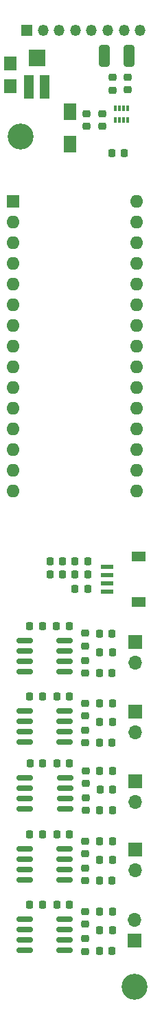
<source format=gts>
G04 #@! TF.GenerationSoftware,KiCad,Pcbnew,(6.0.6)*
G04 #@! TF.CreationDate,2022-09-05T13:44:10+02:00*
G04 #@! TF.ProjectId,PAINTREv4,5041494e-5452-4457-9634-2e6b69636164,rev?*
G04 #@! TF.SameCoordinates,Original*
G04 #@! TF.FileFunction,Soldermask,Top*
G04 #@! TF.FilePolarity,Negative*
%FSLAX46Y46*%
G04 Gerber Fmt 4.6, Leading zero omitted, Abs format (unit mm)*
G04 Created by KiCad (PCBNEW (6.0.6)) date 2022-09-05 13:44:10*
%MOMM*%
%LPD*%
G01*
G04 APERTURE LIST*
G04 Aperture macros list*
%AMRoundRect*
0 Rectangle with rounded corners*
0 $1 Rounding radius*
0 $2 $3 $4 $5 $6 $7 $8 $9 X,Y pos of 4 corners*
0 Add a 4 corners polygon primitive as box body*
4,1,4,$2,$3,$4,$5,$6,$7,$8,$9,$2,$3,0*
0 Add four circle primitives for the rounded corners*
1,1,$1+$1,$2,$3*
1,1,$1+$1,$4,$5*
1,1,$1+$1,$6,$7*
1,1,$1+$1,$8,$9*
0 Add four rect primitives between the rounded corners*
20,1,$1+$1,$2,$3,$4,$5,0*
20,1,$1+$1,$4,$5,$6,$7,0*
20,1,$1+$1,$6,$7,$8,$9,0*
20,1,$1+$1,$8,$9,$2,$3,0*%
G04 Aperture macros list end*
%ADD10R,1.600000X1.800000*%
%ADD11R,1.600000X2.000000*%
%ADD12RoundRect,0.218750X-0.218750X-0.256250X0.218750X-0.256250X0.218750X0.256250X-0.218750X0.256250X0*%
%ADD13C,3.200000*%
%ADD14R,1.350000X1.350000*%
%ADD15O,1.350000X1.350000*%
%ADD16R,1.800000X1.200000*%
%ADD17R,1.550000X0.600000*%
%ADD18RoundRect,0.218750X0.218750X0.256250X-0.218750X0.256250X-0.218750X-0.256250X0.218750X-0.256250X0*%
%ADD19RoundRect,0.225000X0.225000X0.250000X-0.225000X0.250000X-0.225000X-0.250000X0.225000X-0.250000X0*%
%ADD20RoundRect,0.225000X-0.250000X0.225000X-0.250000X-0.225000X0.250000X-0.225000X0.250000X0.225000X0*%
%ADD21RoundRect,0.250000X0.400000X1.075000X-0.400000X1.075000X-0.400000X-1.075000X0.400000X-1.075000X0*%
%ADD22RoundRect,0.225000X-0.225000X-0.250000X0.225000X-0.250000X0.225000X0.250000X-0.225000X0.250000X0*%
%ADD23RoundRect,0.150000X0.825000X0.150000X-0.825000X0.150000X-0.825000X-0.150000X0.825000X-0.150000X0*%
%ADD24R,1.700000X1.700000*%
%ADD25O,1.700000X1.700000*%
%ADD26RoundRect,0.218750X-0.256250X0.218750X-0.256250X-0.218750X0.256250X-0.218750X0.256250X0.218750X0*%
%ADD27R,1.600000X1.600000*%
%ADD28O,1.600000X1.600000*%
%ADD29R,0.330000X0.710000*%
%ADD30R,0.310000X0.660000*%
%ADD31RoundRect,0.225000X0.250000X-0.225000X0.250000X0.225000X-0.250000X0.225000X-0.250000X-0.225000X0*%
%ADD32R,1.200000X3.000000*%
%ADD33R,2.000000X2.000000*%
G04 APERTURE END LIST*
D10*
X126615000Y-40880000D03*
X126615000Y-38080000D03*
D11*
X134000000Y-44000000D03*
X134000000Y-48000000D03*
D12*
X134612500Y-102600000D03*
X136187500Y-102600000D03*
X134612500Y-100800000D03*
X136187500Y-100800000D03*
X131525000Y-99200000D03*
X133100000Y-99200000D03*
X131512500Y-100800000D03*
X133087500Y-100800000D03*
X134625000Y-99200000D03*
X136200000Y-99200000D03*
D13*
X142000000Y-151400000D03*
D14*
X128665000Y-33950000D03*
D15*
X130665000Y-33950000D03*
X132665000Y-33950000D03*
X134665000Y-33950000D03*
X136665000Y-33950000D03*
X138665000Y-33950000D03*
X140665000Y-33950000D03*
X142665000Y-33950000D03*
D16*
X142475000Y-98600000D03*
X142475000Y-104200000D03*
D17*
X138600000Y-102900000D03*
X138600000Y-101900000D03*
X138600000Y-100900000D03*
X138600000Y-99900000D03*
D18*
X140715000Y-49050000D03*
X139140000Y-49050000D03*
D19*
X139257000Y-127206000D03*
X137707000Y-127206000D03*
D12*
X129074000Y-124031000D03*
X130649000Y-124031000D03*
D20*
X135904000Y-145536000D03*
X135904000Y-147086000D03*
D21*
X141300000Y-37100000D03*
X138200000Y-37100000D03*
D20*
X135904000Y-142208000D03*
X135904000Y-143758000D03*
D22*
X132376000Y-115750000D03*
X133926000Y-115750000D03*
D23*
X133378000Y-129619000D03*
X133378000Y-128349000D03*
X133378000Y-127079000D03*
X133378000Y-125809000D03*
X128428000Y-125809000D03*
X128428000Y-127079000D03*
X128428000Y-128349000D03*
X128428000Y-129619000D03*
D20*
X135904000Y-136873000D03*
X135904000Y-138423000D03*
D22*
X132376000Y-141345000D03*
X133926000Y-141345000D03*
D18*
X139231500Y-142234000D03*
X137656500Y-142234000D03*
D12*
X129024000Y-107150000D03*
X130599000Y-107150000D03*
D20*
X135879000Y-108013000D03*
X135879000Y-109563000D03*
D19*
X139232000Y-118920000D03*
X137682000Y-118920000D03*
D22*
X137669000Y-110345000D03*
X139219000Y-110345000D03*
D24*
X142025000Y-126210000D03*
D25*
X142025000Y-128750000D03*
D26*
X141110000Y-39712500D03*
X141110000Y-41287500D03*
D12*
X129049000Y-132682000D03*
X130624000Y-132682000D03*
D24*
X142025000Y-117670000D03*
D25*
X142025000Y-120210000D03*
D13*
X127900000Y-47000000D03*
D22*
X132401000Y-124031000D03*
X133951000Y-124031000D03*
D18*
X139206500Y-108039000D03*
X137631500Y-108039000D03*
D20*
X135929000Y-128222000D03*
X135929000Y-129772000D03*
D27*
X127000000Y-55000000D03*
D28*
X127000000Y-57540000D03*
X127000000Y-60080000D03*
X127000000Y-62620000D03*
X127000000Y-65160000D03*
X127000000Y-67700000D03*
X127000000Y-70240000D03*
X127000000Y-72780000D03*
X127000000Y-75320000D03*
X127000000Y-77860000D03*
X127000000Y-80400000D03*
X127000000Y-82940000D03*
X127000000Y-85480000D03*
X127000000Y-88020000D03*
X127000000Y-90560000D03*
X142240000Y-90560000D03*
X142240000Y-88020000D03*
X142240000Y-85480000D03*
X142240000Y-82940000D03*
X142240000Y-80400000D03*
X142240000Y-77860000D03*
X142240000Y-75320000D03*
X142240000Y-72780000D03*
X142240000Y-70240000D03*
X142240000Y-67700000D03*
X142240000Y-65160000D03*
X142240000Y-62620000D03*
X142240000Y-60080000D03*
X142240000Y-57540000D03*
X142240000Y-55000000D03*
D20*
X135904000Y-133545000D03*
X135904000Y-135095000D03*
D24*
X142025000Y-134607000D03*
D25*
X142025000Y-137147000D03*
D23*
X133353000Y-138270000D03*
X133353000Y-137000000D03*
X133353000Y-135730000D03*
X133353000Y-134460000D03*
X128403000Y-134460000D03*
X128403000Y-135730000D03*
X128403000Y-137000000D03*
X128403000Y-138270000D03*
D18*
X139256500Y-124920000D03*
X137681500Y-124920000D03*
X139231500Y-133571000D03*
X137656500Y-133571000D03*
D19*
X139232000Y-144520000D03*
X137682000Y-144520000D03*
D20*
X135904000Y-116608000D03*
X135904000Y-118158000D03*
D23*
X133353000Y-121333000D03*
X133353000Y-120063000D03*
X133353000Y-118793000D03*
X133353000Y-117523000D03*
X128403000Y-117523000D03*
X128403000Y-118793000D03*
X128403000Y-120063000D03*
X128403000Y-121333000D03*
D24*
X142000000Y-145790000D03*
D25*
X142000000Y-143250000D03*
D24*
X142025000Y-109095000D03*
D25*
X142025000Y-111635000D03*
D20*
X135879000Y-111341000D03*
X135879000Y-112891000D03*
D18*
X139181000Y-112865000D03*
X137606000Y-112865000D03*
D26*
X139240000Y-39742500D03*
X139240000Y-41317500D03*
D29*
X139590000Y-45035000D03*
D30*
X140090000Y-45035000D03*
X140590000Y-45035000D03*
X141090000Y-45035000D03*
X141090000Y-43565000D03*
X140590000Y-43565000D03*
X140090000Y-43565000D03*
X139590000Y-43565000D03*
D12*
X129049000Y-141345000D03*
X130624000Y-141345000D03*
D18*
X139206000Y-121460000D03*
X137631000Y-121460000D03*
X139206000Y-138397000D03*
X137631000Y-138397000D03*
X139206000Y-147060000D03*
X137631000Y-147060000D03*
X139231000Y-129746000D03*
X137656000Y-129746000D03*
D19*
X139232000Y-135857000D03*
X137682000Y-135857000D03*
D23*
X133328000Y-112738000D03*
X133328000Y-111468000D03*
X133328000Y-110198000D03*
X133328000Y-108928000D03*
X128378000Y-108928000D03*
X128378000Y-110198000D03*
X128378000Y-111468000D03*
X128378000Y-112738000D03*
D26*
X136000000Y-44212500D03*
X136000000Y-45787500D03*
D22*
X132376000Y-132682000D03*
X133926000Y-132682000D03*
X132351000Y-107150000D03*
X133901000Y-107150000D03*
D12*
X129049000Y-115750000D03*
X130624000Y-115750000D03*
D20*
X135904000Y-119936000D03*
X135904000Y-121486000D03*
D31*
X138000000Y-45775000D03*
X138000000Y-44225000D03*
D23*
X133353000Y-146933000D03*
X133353000Y-145663000D03*
X133353000Y-144393000D03*
X133353000Y-143123000D03*
X128403000Y-143123000D03*
X128403000Y-144393000D03*
X128403000Y-145663000D03*
X128403000Y-146933000D03*
D18*
X139231500Y-116634000D03*
X137656500Y-116634000D03*
D20*
X135929000Y-124894000D03*
X135929000Y-126444000D03*
D32*
X128915000Y-40900000D03*
X130915000Y-40900000D03*
D33*
X129915000Y-37350000D03*
M02*

</source>
